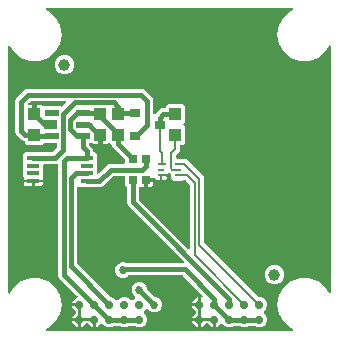
<source format=gtl>
G04 EAGLE Gerber RS-274X export*
G75*
%MOMM*%
%FSLAX34Y34*%
%LPD*%
%INTop Copper*%
%IPPOS*%
%AMOC8*
5,1,8,0,0,1.08239X$1,22.5*%
G01*
%ADD10R,1.000000X1.100000*%
%ADD11R,0.700000X0.700000*%
%ADD12R,0.900000X0.800000*%
%ADD13R,0.600000X0.250000*%
%ADD14R,0.750000X0.250000*%
%ADD15R,1.200000X0.550000*%
%ADD16R,1.100000X0.400000*%
%ADD17C,0.736600*%
%ADD18C,1.000000*%
%ADD19C,0.406400*%
%ADD20C,0.685800*%
%ADD21C,0.203200*%

G36*
X243661Y3064D02*
X243661Y3064D01*
X243769Y3072D01*
X243801Y3084D01*
X243836Y3089D01*
X243934Y3133D01*
X244035Y3170D01*
X244063Y3191D01*
X244095Y3205D01*
X244177Y3274D01*
X244264Y3338D01*
X244286Y3366D01*
X244312Y3388D01*
X244372Y3478D01*
X244438Y3564D01*
X244450Y3596D01*
X244470Y3625D01*
X244502Y3728D01*
X244542Y3828D01*
X244545Y3863D01*
X244556Y3896D01*
X244558Y4004D01*
X244568Y4111D01*
X244562Y4146D01*
X244563Y4180D01*
X244536Y4285D01*
X244515Y4391D01*
X244500Y4422D01*
X244491Y4455D01*
X244436Y4548D01*
X244387Y4644D01*
X244363Y4670D01*
X244346Y4700D01*
X244267Y4774D01*
X244194Y4853D01*
X244167Y4868D01*
X244138Y4894D01*
X243948Y4992D01*
X243901Y5018D01*
X242522Y5520D01*
X236415Y10644D01*
X232429Y17549D01*
X231045Y25400D01*
X232429Y33251D01*
X236415Y40155D01*
X242522Y45280D01*
X250014Y48007D01*
X257986Y48007D01*
X265478Y45280D01*
X271585Y40156D01*
X274420Y35246D01*
X274432Y35230D01*
X274439Y35213D01*
X274519Y35119D01*
X274595Y35022D01*
X274611Y35010D01*
X274623Y34996D01*
X274725Y34927D01*
X274825Y34855D01*
X274843Y34849D01*
X274860Y34838D01*
X274977Y34801D01*
X275093Y34759D01*
X275112Y34758D01*
X275131Y34752D01*
X275253Y34749D01*
X275376Y34741D01*
X275395Y34745D01*
X275415Y34745D01*
X275534Y34776D01*
X275654Y34802D01*
X275671Y34811D01*
X275690Y34816D01*
X275796Y34879D01*
X275904Y34938D01*
X275918Y34952D01*
X275934Y34962D01*
X276019Y35051D01*
X276106Y35138D01*
X276116Y35155D01*
X276129Y35169D01*
X276185Y35278D01*
X276245Y35386D01*
X276250Y35405D01*
X276258Y35422D01*
X276271Y35494D01*
X276310Y35662D01*
X276307Y35713D01*
X276314Y35753D01*
X276389Y243775D01*
X276386Y243795D01*
X276388Y243815D01*
X276366Y243935D01*
X276349Y244057D01*
X276341Y244075D01*
X276337Y244094D01*
X276283Y244204D01*
X276233Y244316D01*
X276220Y244331D01*
X276211Y244349D01*
X276128Y244440D01*
X276049Y244533D01*
X276033Y244544D01*
X276019Y244559D01*
X275915Y244623D01*
X275812Y244691D01*
X275794Y244697D01*
X275777Y244707D01*
X275658Y244740D01*
X275541Y244777D01*
X275522Y244777D01*
X275503Y244783D01*
X275380Y244781D01*
X275257Y244784D01*
X275238Y244779D01*
X275218Y244779D01*
X275101Y244743D01*
X274982Y244713D01*
X274965Y244702D01*
X274946Y244697D01*
X274844Y244630D01*
X274738Y244567D01*
X274724Y244553D01*
X274708Y244542D01*
X274661Y244486D01*
X274543Y244360D01*
X274520Y244314D01*
X274494Y244283D01*
X271585Y239245D01*
X265478Y234120D01*
X257986Y231393D01*
X250014Y231393D01*
X242522Y234120D01*
X236415Y239244D01*
X232429Y246149D01*
X231045Y254000D01*
X232429Y261851D01*
X236415Y268755D01*
X242522Y273880D01*
X243901Y274382D01*
X243997Y274433D01*
X244095Y274477D01*
X244122Y274499D01*
X244152Y274516D01*
X244230Y274591D01*
X244312Y274661D01*
X244331Y274689D01*
X244356Y274714D01*
X244410Y274807D01*
X244470Y274897D01*
X244480Y274930D01*
X244497Y274960D01*
X244523Y275065D01*
X244555Y275168D01*
X244556Y275203D01*
X244565Y275237D01*
X244560Y275344D01*
X244563Y275452D01*
X244554Y275486D01*
X244553Y275521D01*
X244518Y275623D01*
X244491Y275727D01*
X244473Y275757D01*
X244462Y275790D01*
X244401Y275879D01*
X244346Y275972D01*
X244320Y275996D01*
X244301Y276024D01*
X244217Y276092D01*
X244138Y276166D01*
X244107Y276182D01*
X244081Y276204D01*
X243981Y276247D01*
X243885Y276296D01*
X243855Y276301D01*
X243819Y276316D01*
X243607Y276342D01*
X243554Y276351D01*
X35846Y276351D01*
X35739Y276336D01*
X35631Y276328D01*
X35599Y276316D01*
X35564Y276311D01*
X35466Y276267D01*
X35365Y276230D01*
X35337Y276209D01*
X35305Y276195D01*
X35223Y276126D01*
X35136Y276062D01*
X35114Y276034D01*
X35088Y276012D01*
X35028Y275922D01*
X34962Y275836D01*
X34950Y275804D01*
X34930Y275775D01*
X34898Y275672D01*
X34858Y275572D01*
X34855Y275537D01*
X34845Y275504D01*
X34842Y275396D01*
X34832Y275289D01*
X34838Y275254D01*
X34837Y275220D01*
X34864Y275115D01*
X34885Y275009D01*
X34900Y274978D01*
X34909Y274945D01*
X34964Y274852D01*
X35013Y274756D01*
X35036Y274730D01*
X35054Y274700D01*
X35133Y274626D01*
X35206Y274547D01*
X35233Y274532D01*
X35262Y274506D01*
X35452Y274408D01*
X35499Y274382D01*
X36878Y273880D01*
X42985Y268756D01*
X46971Y261851D01*
X48355Y254000D01*
X46971Y246149D01*
X42985Y239244D01*
X36878Y234120D01*
X29386Y231393D01*
X21414Y231393D01*
X13922Y234120D01*
X7815Y239244D01*
X5030Y244068D01*
X5018Y244083D01*
X5010Y244101D01*
X4931Y244195D01*
X4855Y244292D01*
X4839Y244303D01*
X4827Y244318D01*
X4725Y244386D01*
X4625Y244458D01*
X4607Y244465D01*
X4590Y244476D01*
X4473Y244513D01*
X4357Y244554D01*
X4338Y244556D01*
X4319Y244561D01*
X4197Y244565D01*
X4073Y244572D01*
X4054Y244568D01*
X4035Y244569D01*
X3916Y244538D01*
X3796Y244511D01*
X3779Y244502D01*
X3760Y244497D01*
X3654Y244434D01*
X3546Y244375D01*
X3532Y244362D01*
X3516Y244352D01*
X3431Y244262D01*
X3344Y244176D01*
X3334Y244159D01*
X3321Y244145D01*
X3265Y244035D01*
X3205Y243928D01*
X3200Y243909D01*
X3192Y243892D01*
X3179Y243819D01*
X3140Y243651D01*
X3143Y243600D01*
X3136Y243561D01*
X3062Y35711D01*
X3064Y35692D01*
X3062Y35672D01*
X3084Y35551D01*
X3101Y35430D01*
X3109Y35412D01*
X3113Y35392D01*
X3167Y35282D01*
X3217Y35170D01*
X3230Y35155D01*
X3239Y35138D01*
X3322Y35047D01*
X3401Y34953D01*
X3417Y34942D01*
X3431Y34928D01*
X3536Y34864D01*
X3638Y34796D01*
X3656Y34790D01*
X3673Y34779D01*
X3792Y34747D01*
X3909Y34710D01*
X3928Y34709D01*
X3947Y34704D01*
X4070Y34706D01*
X4193Y34702D01*
X4212Y34707D01*
X4232Y34708D01*
X4349Y34743D01*
X4468Y34774D01*
X4485Y34784D01*
X4504Y34790D01*
X4607Y34856D01*
X4712Y34919D01*
X4726Y34934D01*
X4742Y34944D01*
X4789Y35001D01*
X4907Y35126D01*
X4930Y35172D01*
X4956Y35203D01*
X7815Y40155D01*
X13922Y45280D01*
X21414Y48007D01*
X29386Y48007D01*
X36878Y45280D01*
X42985Y40156D01*
X46971Y33251D01*
X48355Y25400D01*
X46971Y17549D01*
X42985Y10645D01*
X36878Y5520D01*
X35499Y5018D01*
X35403Y4967D01*
X35305Y4923D01*
X35278Y4901D01*
X35248Y4884D01*
X35170Y4809D01*
X35088Y4739D01*
X35069Y4711D01*
X35044Y4686D01*
X34990Y4593D01*
X34930Y4503D01*
X34920Y4470D01*
X34903Y4440D01*
X34877Y4335D01*
X34844Y4232D01*
X34844Y4197D01*
X34835Y4163D01*
X34840Y4056D01*
X34837Y3948D01*
X34846Y3914D01*
X34847Y3879D01*
X34882Y3777D01*
X34909Y3673D01*
X34927Y3643D01*
X34938Y3610D01*
X34999Y3521D01*
X35054Y3428D01*
X35080Y3404D01*
X35099Y3376D01*
X35183Y3308D01*
X35262Y3234D01*
X35293Y3218D01*
X35319Y3196D01*
X35419Y3153D01*
X35515Y3104D01*
X35545Y3099D01*
X35581Y3084D01*
X35793Y3058D01*
X35846Y3049D01*
X243554Y3049D01*
X243661Y3064D01*
G37*
%LPC*%
G36*
X87561Y5968D02*
X87561Y5968D01*
X85087Y6993D01*
X83193Y8887D01*
X83133Y9031D01*
X83097Y9094D01*
X83069Y9160D01*
X83025Y9215D01*
X82989Y9276D01*
X82936Y9326D01*
X82891Y9382D01*
X82834Y9423D01*
X82782Y9471D01*
X82718Y9504D01*
X82659Y9546D01*
X82592Y9569D01*
X82529Y9601D01*
X82458Y9615D01*
X82390Y9639D01*
X82320Y9643D01*
X82250Y9657D01*
X82178Y9650D01*
X82106Y9654D01*
X82038Y9638D01*
X81967Y9632D01*
X81900Y9606D01*
X81829Y9590D01*
X81768Y9555D01*
X81702Y9530D01*
X81644Y9487D01*
X81581Y9451D01*
X81540Y9408D01*
X81475Y9358D01*
X81403Y9262D01*
X81351Y9207D01*
X81034Y8733D01*
X80168Y7866D01*
X79148Y7185D01*
X78015Y6715D01*
X77279Y6569D01*
X77279Y12636D01*
X77271Y12694D01*
X77272Y12753D01*
X77251Y12834D01*
X77239Y12918D01*
X77215Y12971D01*
X77200Y13028D01*
X77157Y13100D01*
X77123Y13177D01*
X77085Y13222D01*
X77055Y13272D01*
X76993Y13330D01*
X76939Y13394D01*
X76919Y13407D01*
X76866Y13457D01*
X76812Y13521D01*
X76763Y13554D01*
X76720Y13594D01*
X76645Y13632D01*
X76575Y13679D01*
X76519Y13697D01*
X76467Y13723D01*
X76399Y13735D01*
X76304Y13765D01*
X76204Y13767D01*
X76136Y13779D01*
X64579Y13779D01*
X64579Y25336D01*
X64571Y25394D01*
X64572Y25453D01*
X64551Y25534D01*
X64539Y25618D01*
X64515Y25671D01*
X64500Y25728D01*
X64457Y25800D01*
X64423Y25877D01*
X64385Y25922D01*
X64355Y25972D01*
X64293Y26030D01*
X64239Y26094D01*
X64219Y26107D01*
X64166Y26157D01*
X64112Y26221D01*
X64063Y26254D01*
X64020Y26294D01*
X63945Y26332D01*
X63875Y26379D01*
X63819Y26397D01*
X63767Y26423D01*
X63699Y26435D01*
X63604Y26465D01*
X63504Y26467D01*
X63436Y26479D01*
X57369Y26479D01*
X57515Y27215D01*
X57985Y28348D01*
X58666Y29368D01*
X59532Y30234D01*
X60552Y30915D01*
X61232Y31197D01*
X61331Y31256D01*
X61433Y31308D01*
X61453Y31328D01*
X61477Y31342D01*
X61556Y31425D01*
X61639Y31504D01*
X61653Y31528D01*
X61672Y31548D01*
X61725Y31650D01*
X61783Y31750D01*
X61790Y31776D01*
X61803Y31801D01*
X61825Y31914D01*
X61853Y32025D01*
X61852Y32053D01*
X61858Y32080D01*
X61848Y32195D01*
X61844Y32309D01*
X61836Y32336D01*
X61833Y32363D01*
X61792Y32471D01*
X61757Y32580D01*
X61742Y32600D01*
X61731Y32629D01*
X61570Y32842D01*
X61562Y32853D01*
X61560Y32855D01*
X61559Y32855D01*
X46493Y47922D01*
X45719Y49789D01*
X45719Y143653D01*
X45703Y143767D01*
X45693Y143881D01*
X45683Y143907D01*
X45679Y143934D01*
X45632Y144039D01*
X45591Y144146D01*
X45575Y144168D01*
X45563Y144194D01*
X45489Y144281D01*
X45420Y144373D01*
X45397Y144390D01*
X45380Y144411D01*
X45284Y144474D01*
X45192Y144543D01*
X45166Y144553D01*
X45143Y144568D01*
X45033Y144603D01*
X44926Y144644D01*
X44898Y144646D01*
X44872Y144654D01*
X44757Y144657D01*
X44643Y144666D01*
X44618Y144661D01*
X44588Y144661D01*
X44331Y144594D01*
X44315Y144591D01*
X43781Y144369D01*
X34054Y144369D01*
X33996Y144361D01*
X33938Y144363D01*
X33856Y144341D01*
X33772Y144329D01*
X33719Y144306D01*
X33663Y144291D01*
X33590Y144248D01*
X33513Y144213D01*
X33468Y144175D01*
X33418Y144146D01*
X33360Y144084D01*
X33296Y144030D01*
X33264Y143981D01*
X33224Y143938D01*
X33185Y143863D01*
X33138Y143793D01*
X33121Y143737D01*
X33094Y143685D01*
X33083Y143617D01*
X33053Y143522D01*
X33050Y143422D01*
X33039Y143354D01*
X33039Y133187D01*
X32828Y132977D01*
X32776Y132907D01*
X32716Y132843D01*
X32690Y132793D01*
X32657Y132749D01*
X32626Y132668D01*
X32586Y132590D01*
X32578Y132542D01*
X32556Y132484D01*
X32544Y132336D01*
X32531Y132259D01*
X32531Y130965D01*
X24490Y130965D01*
X16449Y130965D01*
X16449Y132259D01*
X16437Y132345D01*
X16434Y132433D01*
X16417Y132485D01*
X16409Y132540D01*
X16374Y132620D01*
X16347Y132703D01*
X16319Y132742D01*
X16293Y132800D01*
X16197Y132913D01*
X16152Y132977D01*
X15941Y133187D01*
X15941Y152713D01*
X17727Y154499D01*
X23200Y154499D01*
X23231Y154503D01*
X23262Y154501D01*
X23338Y154518D01*
X23426Y154531D01*
X40245Y154531D01*
X40332Y154543D01*
X40419Y154546D01*
X40472Y154563D01*
X40526Y154571D01*
X40606Y154606D01*
X40689Y154633D01*
X40729Y154661D01*
X40786Y154687D01*
X40899Y154783D01*
X40963Y154828D01*
X44517Y158382D01*
X44569Y158452D01*
X44629Y158516D01*
X44655Y158565D01*
X44688Y158609D01*
X44719Y158691D01*
X44759Y158769D01*
X44767Y158817D01*
X44789Y158875D01*
X44801Y159023D01*
X44814Y159100D01*
X44814Y161486D01*
X44807Y161535D01*
X44808Y161544D01*
X44806Y161549D01*
X44808Y161602D01*
X44786Y161684D01*
X44774Y161768D01*
X44751Y161821D01*
X44736Y161877D01*
X44693Y161950D01*
X44658Y162027D01*
X44620Y162072D01*
X44591Y162122D01*
X44529Y162180D01*
X44475Y162244D01*
X44426Y162276D01*
X44383Y162316D01*
X44308Y162355D01*
X44238Y162402D01*
X44182Y162419D01*
X44130Y162446D01*
X44062Y162457D01*
X43967Y162487D01*
X43867Y162490D01*
X43799Y162501D01*
X33833Y162501D01*
X33747Y162489D01*
X33659Y162486D01*
X33607Y162469D01*
X33552Y162461D01*
X33472Y162426D01*
X33389Y162399D01*
X33349Y162371D01*
X33292Y162345D01*
X33179Y162249D01*
X33115Y162204D01*
X31663Y160751D01*
X19137Y160751D01*
X17351Y162537D01*
X17351Y163204D01*
X17343Y163262D01*
X17345Y163320D01*
X17323Y163402D01*
X17311Y163486D01*
X17288Y163539D01*
X17273Y163595D01*
X17230Y163668D01*
X17195Y163745D01*
X17157Y163790D01*
X17128Y163840D01*
X17066Y163898D01*
X17012Y163962D01*
X16963Y163994D01*
X16920Y164034D01*
X16845Y164073D01*
X16775Y164120D01*
X16719Y164137D01*
X16667Y164164D01*
X16599Y164175D01*
X16504Y164205D01*
X16407Y164208D01*
X14512Y164993D01*
X9663Y169842D01*
X8889Y171709D01*
X8889Y197861D01*
X9663Y199728D01*
X17442Y207507D01*
X19309Y208281D01*
X116581Y208281D01*
X118448Y207507D01*
X124957Y200998D01*
X125731Y199131D01*
X125731Y187437D01*
X125735Y187408D01*
X125732Y187379D01*
X125755Y187268D01*
X125771Y187155D01*
X125783Y187129D01*
X125788Y187100D01*
X125840Y186999D01*
X125887Y186896D01*
X125906Y186874D01*
X125919Y186848D01*
X125997Y186766D01*
X126070Y186679D01*
X126095Y186663D01*
X126115Y186642D01*
X126213Y186584D01*
X126307Y186521D01*
X126335Y186513D01*
X126360Y186498D01*
X126470Y186470D01*
X126578Y186436D01*
X126608Y186435D01*
X126636Y186428D01*
X126749Y186431D01*
X126862Y186428D01*
X126891Y186436D01*
X126920Y186437D01*
X127028Y186472D01*
X127137Y186500D01*
X127163Y186515D01*
X127191Y186524D01*
X127254Y186570D01*
X127382Y186645D01*
X127425Y186691D01*
X127464Y186719D01*
X131352Y190607D01*
X133219Y191381D01*
X135716Y191381D01*
X135774Y191389D01*
X135832Y191387D01*
X135914Y191409D01*
X135998Y191421D01*
X136051Y191444D01*
X136107Y191459D01*
X136180Y191502D01*
X136257Y191537D01*
X136302Y191575D01*
X136352Y191604D01*
X136410Y191666D01*
X136474Y191720D01*
X136506Y191769D01*
X136546Y191812D01*
X136585Y191887D01*
X136632Y191957D01*
X136649Y192013D01*
X136676Y192065D01*
X136687Y192133D01*
X136717Y192228D01*
X136720Y192328D01*
X136731Y192396D01*
X136731Y193063D01*
X138517Y194849D01*
X151043Y194849D01*
X152829Y193063D01*
X152829Y179537D01*
X151809Y178518D01*
X151774Y178471D01*
X151732Y178431D01*
X151689Y178358D01*
X151639Y178291D01*
X151618Y178236D01*
X151588Y178186D01*
X151567Y178104D01*
X151537Y178025D01*
X151532Y177967D01*
X151518Y177910D01*
X151521Y177826D01*
X151514Y177742D01*
X151525Y177684D01*
X151527Y177626D01*
X151553Y177546D01*
X151570Y177463D01*
X151597Y177411D01*
X151615Y177355D01*
X151655Y177299D01*
X151701Y177211D01*
X151769Y177138D01*
X151809Y177082D01*
X152829Y176063D01*
X152829Y162537D01*
X151043Y160751D01*
X149860Y160751D01*
X149802Y160743D01*
X149744Y160745D01*
X149662Y160723D01*
X149578Y160711D01*
X149525Y160688D01*
X149469Y160673D01*
X149396Y160630D01*
X149319Y160595D01*
X149274Y160557D01*
X149224Y160528D01*
X149166Y160466D01*
X149102Y160412D01*
X149070Y160363D01*
X149030Y160320D01*
X148991Y160245D01*
X148944Y160175D01*
X148927Y160119D01*
X148900Y160067D01*
X148889Y159999D01*
X148859Y159904D01*
X148856Y159804D01*
X148845Y159736D01*
X148845Y155796D01*
X145332Y152284D01*
X145280Y152214D01*
X145220Y152150D01*
X145194Y152101D01*
X145161Y152056D01*
X145130Y151975D01*
X145090Y151897D01*
X145082Y151849D01*
X145060Y151791D01*
X145048Y151643D01*
X145035Y151566D01*
X145035Y150014D01*
X145043Y149956D01*
X145041Y149898D01*
X145063Y149816D01*
X145075Y149732D01*
X145098Y149679D01*
X145113Y149623D01*
X145156Y149550D01*
X145191Y149473D01*
X145229Y149428D01*
X145258Y149378D01*
X145320Y149320D01*
X145374Y149256D01*
X145423Y149224D01*
X145466Y149184D01*
X145541Y149145D01*
X145611Y149098D01*
X145667Y149081D01*
X145719Y149054D01*
X145787Y149043D01*
X145882Y149013D01*
X145982Y149010D01*
X146050Y148999D01*
X151181Y148999D01*
X151233Y148950D01*
X151283Y148924D01*
X151327Y148891D01*
X151408Y148860D01*
X151486Y148820D01*
X151534Y148812D01*
X151592Y148790D01*
X151740Y148778D01*
X151817Y148765D01*
X154084Y148765D01*
X156762Y146086D01*
X166486Y136362D01*
X169165Y133684D01*
X169165Y78304D01*
X169177Y78218D01*
X169180Y78130D01*
X169197Y78077D01*
X169205Y78023D01*
X169240Y77943D01*
X169267Y77860D01*
X169295Y77820D01*
X169321Y77763D01*
X169417Y77650D01*
X169462Y77586D01*
X214619Y32429D01*
X214689Y32377D01*
X214753Y32317D01*
X214802Y32291D01*
X214846Y32258D01*
X214928Y32227D01*
X215006Y32187D01*
X215054Y32179D01*
X215112Y32157D01*
X215260Y32145D01*
X215337Y32132D01*
X217239Y32132D01*
X219713Y31107D01*
X221607Y29213D01*
X222632Y26739D01*
X222632Y24061D01*
X221607Y21587D01*
X219788Y19768D01*
X219753Y19721D01*
X219710Y19681D01*
X219668Y19608D01*
X219617Y19541D01*
X219596Y19486D01*
X219567Y19436D01*
X219546Y19354D01*
X219516Y19275D01*
X219511Y19217D01*
X219497Y19160D01*
X219499Y19076D01*
X219492Y18992D01*
X219504Y18934D01*
X219506Y18876D01*
X219532Y18796D01*
X219548Y18713D01*
X219575Y18661D01*
X219593Y18605D01*
X219633Y18549D01*
X219679Y18461D01*
X219748Y18388D01*
X219788Y18332D01*
X221607Y16513D01*
X222632Y14039D01*
X222632Y11361D01*
X221607Y8887D01*
X219713Y6993D01*
X217239Y5968D01*
X214561Y5968D01*
X212087Y6993D01*
X211758Y7322D01*
X211688Y7374D01*
X211624Y7434D01*
X211575Y7460D01*
X211531Y7493D01*
X211449Y7524D01*
X211371Y7564D01*
X211324Y7572D01*
X211265Y7594D01*
X211117Y7606D01*
X211040Y7619D01*
X208060Y7619D01*
X207973Y7607D01*
X207886Y7604D01*
X207833Y7587D01*
X207778Y7579D01*
X207699Y7544D01*
X207615Y7517D01*
X207576Y7489D01*
X207519Y7463D01*
X207406Y7367D01*
X207342Y7322D01*
X207013Y6993D01*
X204539Y5968D01*
X201861Y5968D01*
X199387Y6993D01*
X199058Y7322D01*
X198988Y7374D01*
X198924Y7434D01*
X198875Y7460D01*
X198831Y7493D01*
X198749Y7524D01*
X198671Y7564D01*
X198624Y7572D01*
X198565Y7594D01*
X198417Y7606D01*
X198340Y7619D01*
X195360Y7619D01*
X195273Y7607D01*
X195186Y7604D01*
X195133Y7587D01*
X195078Y7579D01*
X194999Y7544D01*
X194915Y7517D01*
X194876Y7489D01*
X194819Y7463D01*
X194706Y7367D01*
X194642Y7322D01*
X194313Y6993D01*
X191839Y5968D01*
X189161Y5968D01*
X186687Y6993D01*
X184793Y8887D01*
X184733Y9031D01*
X184697Y9094D01*
X184669Y9160D01*
X184625Y9215D01*
X184589Y9276D01*
X184536Y9326D01*
X184491Y9382D01*
X184434Y9423D01*
X184382Y9471D01*
X184318Y9504D01*
X184259Y9546D01*
X184192Y9569D01*
X184129Y9601D01*
X184058Y9615D01*
X183990Y9639D01*
X183920Y9643D01*
X183850Y9657D01*
X183778Y9650D01*
X183706Y9654D01*
X183638Y9638D01*
X183567Y9632D01*
X183500Y9606D01*
X183429Y9590D01*
X183368Y9555D01*
X183302Y9530D01*
X183244Y9487D01*
X183181Y9451D01*
X183140Y9408D01*
X183075Y9358D01*
X183003Y9262D01*
X182951Y9207D01*
X182634Y8733D01*
X181768Y7866D01*
X180748Y7185D01*
X179615Y6715D01*
X178879Y6569D01*
X178879Y12636D01*
X178871Y12694D01*
X178872Y12753D01*
X178851Y12834D01*
X178839Y12918D01*
X178815Y12971D01*
X178800Y13028D01*
X178757Y13100D01*
X178723Y13177D01*
X178685Y13222D01*
X178655Y13272D01*
X178593Y13330D01*
X178539Y13394D01*
X178519Y13407D01*
X178466Y13457D01*
X178412Y13521D01*
X178363Y13554D01*
X178320Y13594D01*
X178245Y13632D01*
X178175Y13679D01*
X178119Y13697D01*
X178067Y13723D01*
X177999Y13735D01*
X177904Y13765D01*
X177804Y13767D01*
X177736Y13779D01*
X166179Y13779D01*
X166179Y25336D01*
X166171Y25394D01*
X166171Y25419D01*
X166179Y25464D01*
X166179Y31531D01*
X166915Y31385D01*
X166971Y31362D01*
X167054Y31340D01*
X167134Y31309D01*
X167191Y31305D01*
X167246Y31291D01*
X167332Y31293D01*
X167418Y31286D01*
X167473Y31297D01*
X167530Y31299D01*
X167612Y31325D01*
X167696Y31342D01*
X167747Y31368D01*
X167801Y31385D01*
X167873Y31433D01*
X167949Y31473D01*
X167990Y31512D01*
X168037Y31544D01*
X168092Y31609D01*
X168155Y31669D01*
X168184Y31718D01*
X168220Y31761D01*
X168255Y31840D01*
X168299Y31914D01*
X168313Y31969D01*
X168336Y32021D01*
X168348Y32106D01*
X168369Y32189D01*
X168367Y32246D01*
X168375Y32302D01*
X168362Y32388D01*
X168360Y32474D01*
X168342Y32528D01*
X168334Y32584D01*
X168299Y32662D01*
X168272Y32744D01*
X168244Y32784D01*
X168217Y32843D01*
X168123Y32953D01*
X168077Y33017D01*
X151228Y49867D01*
X151158Y49919D01*
X151094Y49979D01*
X151045Y50005D01*
X151001Y50038D01*
X150919Y50069D01*
X150841Y50109D01*
X150793Y50117D01*
X150735Y50139D01*
X150587Y50151D01*
X150510Y50164D01*
X105466Y50164D01*
X105379Y50152D01*
X105292Y50149D01*
X105239Y50132D01*
X105184Y50124D01*
X105104Y50089D01*
X105021Y50062D01*
X104982Y50034D01*
X104925Y50008D01*
X104812Y49912D01*
X104748Y49867D01*
X103999Y49118D01*
X101618Y48132D01*
X99042Y48132D01*
X96661Y49118D01*
X94838Y50941D01*
X93852Y53322D01*
X93852Y55898D01*
X94838Y58279D01*
X96661Y60102D01*
X99042Y61088D01*
X101618Y61088D01*
X103272Y60403D01*
X103301Y60395D01*
X103329Y60381D01*
X103406Y60368D01*
X103547Y60332D01*
X103611Y60334D01*
X103660Y60326D01*
X151018Y60326D01*
X151047Y60330D01*
X151076Y60327D01*
X151187Y60350D01*
X151300Y60366D01*
X151326Y60378D01*
X151355Y60383D01*
X151456Y60435D01*
X151559Y60482D01*
X151581Y60501D01*
X151607Y60514D01*
X151689Y60592D01*
X151776Y60665D01*
X151792Y60690D01*
X151813Y60710D01*
X151871Y60808D01*
X151934Y60902D01*
X151942Y60930D01*
X151957Y60955D01*
X151985Y61065D01*
X152019Y61173D01*
X152020Y61203D01*
X152027Y61231D01*
X152024Y61344D01*
X152027Y61457D01*
X152019Y61486D01*
X152018Y61515D01*
X151983Y61623D01*
X151955Y61732D01*
X151940Y61758D01*
X151931Y61786D01*
X151885Y61849D01*
X151810Y61977D01*
X151764Y62020D01*
X151736Y62059D01*
X104493Y109302D01*
X103719Y111169D01*
X103719Y123899D01*
X103712Y123951D01*
X103713Y123980D01*
X103706Y124003D01*
X103704Y124073D01*
X103687Y124125D01*
X103679Y124180D01*
X103644Y124260D01*
X103617Y124343D01*
X103589Y124382D01*
X103563Y124440D01*
X103467Y124553D01*
X103422Y124617D01*
X102251Y125787D01*
X102251Y133604D01*
X102243Y133662D01*
X102245Y133720D01*
X102223Y133802D01*
X102211Y133886D01*
X102188Y133939D01*
X102173Y133995D01*
X102130Y134068D01*
X102095Y134145D01*
X102057Y134190D01*
X102028Y134240D01*
X101966Y134298D01*
X101912Y134362D01*
X101863Y134394D01*
X101820Y134434D01*
X101745Y134473D01*
X101675Y134520D01*
X101619Y134537D01*
X101567Y134564D01*
X101499Y134575D01*
X101404Y134605D01*
X101304Y134608D01*
X101236Y134619D01*
X92695Y134619D01*
X92608Y134607D01*
X92521Y134604D01*
X92468Y134587D01*
X92414Y134579D01*
X92334Y134544D01*
X92251Y134517D01*
X92211Y134489D01*
X92154Y134463D01*
X92041Y134367D01*
X91977Y134322D01*
X83298Y125643D01*
X81431Y124869D01*
X68413Y124869D01*
X68313Y124895D01*
X68249Y124893D01*
X68200Y124901D01*
X62484Y124901D01*
X62426Y124893D01*
X62368Y124895D01*
X62286Y124873D01*
X62202Y124861D01*
X62149Y124838D01*
X62093Y124823D01*
X62020Y124780D01*
X61943Y124745D01*
X61898Y124707D01*
X61848Y124678D01*
X61790Y124616D01*
X61726Y124562D01*
X61694Y124513D01*
X61654Y124470D01*
X61615Y124395D01*
X61568Y124325D01*
X61551Y124269D01*
X61524Y124217D01*
X61513Y124149D01*
X61483Y124054D01*
X61480Y123954D01*
X61469Y123886D01*
X61469Y60437D01*
X61481Y60350D01*
X61484Y60263D01*
X61501Y60210D01*
X61509Y60156D01*
X61544Y60076D01*
X61571Y59993D01*
X61599Y59953D01*
X61625Y59896D01*
X61721Y59783D01*
X61766Y59719D01*
X89056Y32429D01*
X89126Y32377D01*
X89190Y32317D01*
X89239Y32291D01*
X89283Y32258D01*
X89365Y32227D01*
X89443Y32187D01*
X89491Y32179D01*
X89549Y32157D01*
X89697Y32145D01*
X89774Y32132D01*
X90239Y32132D01*
X92713Y31107D01*
X94532Y29288D01*
X94579Y29253D01*
X94619Y29210D01*
X94692Y29168D01*
X94759Y29117D01*
X94814Y29096D01*
X94864Y29067D01*
X94946Y29046D01*
X95025Y29016D01*
X95083Y29011D01*
X95140Y28997D01*
X95224Y28999D01*
X95308Y28992D01*
X95366Y29004D01*
X95424Y29006D01*
X95504Y29032D01*
X95587Y29048D01*
X95639Y29075D01*
X95695Y29093D01*
X95751Y29133D01*
X95839Y29179D01*
X95912Y29248D01*
X95968Y29288D01*
X97787Y31107D01*
X100261Y32132D01*
X102939Y32132D01*
X105413Y31107D01*
X107232Y29288D01*
X107279Y29253D01*
X107319Y29210D01*
X107392Y29168D01*
X107459Y29117D01*
X107514Y29096D01*
X107564Y29067D01*
X107646Y29046D01*
X107725Y29016D01*
X107783Y29011D01*
X107840Y28997D01*
X107924Y28999D01*
X108008Y28992D01*
X108066Y29004D01*
X108124Y29006D01*
X108204Y29032D01*
X108287Y29048D01*
X108339Y29075D01*
X108395Y29093D01*
X108451Y29133D01*
X108539Y29179D01*
X108612Y29248D01*
X108668Y29288D01*
X110592Y31212D01*
X110627Y31258D01*
X110669Y31299D01*
X110712Y31371D01*
X110763Y31439D01*
X110783Y31494D01*
X110813Y31544D01*
X110834Y31626D01*
X110864Y31705D01*
X110869Y31763D01*
X110883Y31820D01*
X110880Y31904D01*
X110887Y31988D01*
X110876Y32045D01*
X110874Y32104D01*
X110848Y32184D01*
X110831Y32267D01*
X110804Y32319D01*
X110786Y32374D01*
X110746Y32430D01*
X110700Y32519D01*
X110632Y32591D01*
X110592Y32648D01*
X108808Y34431D01*
X107822Y36812D01*
X107822Y39388D01*
X108808Y41769D01*
X110631Y43592D01*
X113012Y44578D01*
X115588Y44578D01*
X117969Y43592D01*
X119792Y41769D01*
X120778Y39388D01*
X120778Y39228D01*
X120790Y39141D01*
X120793Y39054D01*
X120810Y39001D01*
X120818Y38947D01*
X120853Y38867D01*
X120880Y38784D01*
X120908Y38744D01*
X120934Y38687D01*
X121030Y38574D01*
X121075Y38510D01*
X127410Y32175D01*
X127480Y32123D01*
X127544Y32063D01*
X127593Y32037D01*
X127637Y32004D01*
X127719Y31973D01*
X127797Y31933D01*
X127845Y31925D01*
X127903Y31903D01*
X128051Y31891D01*
X128128Y31878D01*
X128288Y31878D01*
X130669Y30892D01*
X132492Y29069D01*
X133478Y26688D01*
X133478Y24112D01*
X132492Y21731D01*
X130669Y19908D01*
X128288Y18922D01*
X125712Y18922D01*
X123331Y19908D01*
X121548Y21692D01*
X121501Y21727D01*
X121460Y21769D01*
X121388Y21812D01*
X121320Y21863D01*
X121266Y21883D01*
X121215Y21913D01*
X121134Y21934D01*
X121055Y21964D01*
X120996Y21969D01*
X120940Y21983D01*
X120855Y21980D01*
X120771Y21987D01*
X120714Y21976D01*
X120656Y21974D01*
X120575Y21948D01*
X120493Y21931D01*
X120441Y21904D01*
X120385Y21886D01*
X120329Y21846D01*
X120240Y21800D01*
X120168Y21732D01*
X120112Y21692D01*
X118188Y19768D01*
X118153Y19721D01*
X118110Y19681D01*
X118068Y19608D01*
X118017Y19541D01*
X117996Y19486D01*
X117967Y19436D01*
X117946Y19354D01*
X117916Y19275D01*
X117911Y19217D01*
X117897Y19160D01*
X117899Y19076D01*
X117892Y18992D01*
X117904Y18934D01*
X117906Y18876D01*
X117932Y18796D01*
X117948Y18713D01*
X117975Y18661D01*
X117993Y18605D01*
X118033Y18549D01*
X118079Y18461D01*
X118148Y18388D01*
X118188Y18332D01*
X120007Y16513D01*
X121032Y14039D01*
X121032Y11361D01*
X120007Y8887D01*
X118113Y6993D01*
X115639Y5968D01*
X112961Y5968D01*
X110487Y6993D01*
X110158Y7322D01*
X110088Y7374D01*
X110024Y7434D01*
X109975Y7460D01*
X109931Y7493D01*
X109849Y7524D01*
X109771Y7564D01*
X109724Y7572D01*
X109665Y7594D01*
X109517Y7606D01*
X109440Y7619D01*
X106460Y7619D01*
X106373Y7607D01*
X106286Y7604D01*
X106233Y7587D01*
X106178Y7579D01*
X106099Y7544D01*
X106015Y7517D01*
X105976Y7489D01*
X105919Y7463D01*
X105806Y7367D01*
X105742Y7322D01*
X105413Y6993D01*
X102939Y5968D01*
X100261Y5968D01*
X97787Y6993D01*
X97458Y7322D01*
X97388Y7374D01*
X97324Y7434D01*
X97275Y7460D01*
X97231Y7493D01*
X97149Y7524D01*
X97071Y7564D01*
X97024Y7572D01*
X96965Y7594D01*
X96817Y7606D01*
X96740Y7619D01*
X93760Y7619D01*
X93673Y7607D01*
X93586Y7604D01*
X93533Y7587D01*
X93478Y7579D01*
X93399Y7544D01*
X93315Y7517D01*
X93276Y7489D01*
X93219Y7463D01*
X93106Y7367D01*
X93042Y7322D01*
X92713Y6993D01*
X90239Y5968D01*
X87561Y5968D01*
G37*
%LPD*%
G36*
X156551Y72129D02*
X156551Y72129D01*
X156580Y72128D01*
X156690Y72157D01*
X156801Y72179D01*
X156827Y72193D01*
X156855Y72200D01*
X156953Y72258D01*
X157053Y72310D01*
X157075Y72330D01*
X157100Y72345D01*
X157177Y72428D01*
X157259Y72506D01*
X157274Y72531D01*
X157294Y72553D01*
X157346Y72654D01*
X157403Y72751D01*
X157410Y72780D01*
X157424Y72806D01*
X157437Y72883D01*
X157473Y73027D01*
X157471Y73089D01*
X157479Y73137D01*
X157479Y125992D01*
X157467Y126078D01*
X157464Y126166D01*
X157447Y126218D01*
X157439Y126273D01*
X157404Y126353D01*
X157377Y126436D01*
X157349Y126476D01*
X157323Y126533D01*
X157227Y126646D01*
X157182Y126710D01*
X153554Y130338D01*
X153484Y130390D01*
X153420Y130450D01*
X153371Y130476D01*
X153326Y130509D01*
X153245Y130540D01*
X153167Y130580D01*
X153119Y130588D01*
X153061Y130610D01*
X152913Y130622D01*
X152836Y130635D01*
X151817Y130635D01*
X151731Y130623D01*
X151643Y130620D01*
X151591Y130603D01*
X151536Y130595D01*
X151456Y130560D01*
X151373Y130533D01*
X151334Y130505D01*
X151276Y130479D01*
X151184Y130401D01*
X142637Y130401D01*
X140851Y132187D01*
X140851Y134920D01*
X140839Y135006D01*
X140836Y135094D01*
X140819Y135147D01*
X140811Y135201D01*
X140776Y135281D01*
X140749Y135364D01*
X140721Y135404D01*
X140695Y135461D01*
X140599Y135574D01*
X140554Y135638D01*
X139774Y136418D01*
X139750Y136435D01*
X139731Y136458D01*
X139637Y136521D01*
X139547Y136589D01*
X139519Y136599D01*
X139495Y136615D01*
X139387Y136650D01*
X139281Y136690D01*
X139252Y136692D01*
X139224Y136701D01*
X139110Y136704D01*
X138998Y136713D01*
X138969Y136708D01*
X138940Y136708D01*
X138830Y136680D01*
X138719Y136658D01*
X138693Y136644D01*
X138665Y136637D01*
X138567Y136579D01*
X138467Y136527D01*
X138445Y136506D01*
X138420Y136491D01*
X138343Y136409D01*
X138261Y136331D01*
X138246Y136305D01*
X138226Y136284D01*
X138174Y136183D01*
X138117Y136085D01*
X138110Y136057D01*
X138096Y136031D01*
X138083Y135954D01*
X138047Y135810D01*
X138049Y135747D01*
X138043Y135715D01*
X137497Y135715D01*
X137435Y135707D01*
X137371Y135708D01*
X137294Y135687D01*
X137216Y135676D01*
X137158Y135650D01*
X137097Y135633D01*
X137041Y135597D01*
X136957Y135559D01*
X136875Y135490D01*
X136815Y135451D01*
X136814Y135451D01*
X136780Y135410D01*
X136740Y135376D01*
X136739Y135375D01*
X136690Y135301D01*
X136633Y135232D01*
X136611Y135183D01*
X136582Y135139D01*
X136555Y135053D01*
X136519Y134972D01*
X136512Y134919D01*
X136496Y134868D01*
X136494Y134778D01*
X136482Y134690D01*
X136490Y134637D01*
X136489Y134583D01*
X136511Y134497D01*
X136525Y134409D01*
X136547Y134360D01*
X136560Y134308D01*
X136606Y134232D01*
X136643Y134150D01*
X136678Y134110D01*
X136706Y134064D01*
X136771Y134003D01*
X136829Y133935D01*
X136874Y133906D01*
X136913Y133869D01*
X136993Y133829D01*
X137067Y133780D01*
X137118Y133764D01*
X137166Y133740D01*
X137237Y133728D01*
X137339Y133697D01*
X137432Y133695D01*
X137497Y133685D01*
X138041Y133685D01*
X138041Y133116D01*
X137868Y132469D01*
X137533Y131890D01*
X137060Y131417D01*
X136481Y131082D01*
X135834Y130909D01*
X133515Y130909D01*
X133515Y134386D01*
X133507Y134444D01*
X133509Y134502D01*
X133487Y134584D01*
X133476Y134668D01*
X133452Y134721D01*
X133437Y134777D01*
X133394Y134850D01*
X133359Y134927D01*
X133322Y134972D01*
X133292Y135022D01*
X133230Y135080D01*
X133176Y135144D01*
X133127Y135176D01*
X133084Y135216D01*
X133009Y135255D01*
X132939Y135302D01*
X132883Y135319D01*
X132831Y135346D01*
X132763Y135357D01*
X132668Y135387D01*
X132568Y135390D01*
X132500Y135401D01*
X132442Y135393D01*
X132384Y135395D01*
X132383Y135395D01*
X132302Y135373D01*
X132218Y135361D01*
X132165Y135338D01*
X132108Y135323D01*
X132036Y135280D01*
X131959Y135245D01*
X131914Y135207D01*
X131864Y135178D01*
X131806Y135116D01*
X131742Y135062D01*
X131710Y135013D01*
X131669Y134970D01*
X131631Y134895D01*
X131584Y134825D01*
X131567Y134769D01*
X131540Y134717D01*
X131529Y134649D01*
X131499Y134554D01*
X131496Y134454D01*
X131485Y134386D01*
X131485Y130909D01*
X129166Y130909D01*
X128519Y131082D01*
X127940Y131417D01*
X127374Y131982D01*
X127349Y132015D01*
X127286Y132061D01*
X127229Y132114D01*
X127171Y132144D01*
X127118Y132182D01*
X127045Y132208D01*
X126976Y132244D01*
X126921Y132253D01*
X126851Y132278D01*
X126721Y132286D01*
X126644Y132299D01*
X120534Y132299D01*
X120476Y132291D01*
X120418Y132293D01*
X120336Y132271D01*
X120253Y132259D01*
X120199Y132236D01*
X120143Y132221D01*
X120070Y132178D01*
X119993Y132143D01*
X119949Y132105D01*
X119898Y132076D01*
X119841Y132014D01*
X119776Y131960D01*
X119744Y131911D01*
X119704Y131868D01*
X119665Y131793D01*
X119619Y131723D01*
X119601Y131667D01*
X119574Y131615D01*
X119563Y131547D01*
X119533Y131452D01*
X119530Y131352D01*
X119519Y131284D01*
X119519Y130831D01*
X119066Y130831D01*
X119008Y130823D01*
X118950Y130824D01*
X118868Y130803D01*
X118784Y130791D01*
X118731Y130767D01*
X118675Y130753D01*
X118602Y130709D01*
X118525Y130675D01*
X118480Y130637D01*
X118430Y130607D01*
X118372Y130546D01*
X118308Y130491D01*
X118276Y130443D01*
X118236Y130400D01*
X118197Y130325D01*
X118150Y130255D01*
X118133Y130199D01*
X118106Y130147D01*
X118095Y130079D01*
X118065Y129984D01*
X118062Y129884D01*
X118051Y129816D01*
X118051Y124509D01*
X115966Y124509D01*
X115211Y124711D01*
X115141Y124740D01*
X115102Y124744D01*
X115064Y124756D01*
X114961Y124758D01*
X114858Y124769D01*
X114819Y124762D01*
X114780Y124763D01*
X114680Y124737D01*
X114578Y124719D01*
X114543Y124701D01*
X114505Y124691D01*
X114416Y124639D01*
X114323Y124593D01*
X114294Y124566D01*
X114260Y124546D01*
X114190Y124471D01*
X114113Y124401D01*
X114093Y124368D01*
X114066Y124339D01*
X114019Y124247D01*
X113965Y124159D01*
X113954Y124121D01*
X113936Y124086D01*
X113923Y124009D01*
X113889Y123885D01*
X113890Y123810D01*
X113881Y123755D01*
X113881Y114705D01*
X113888Y114650D01*
X113887Y114610D01*
X113894Y114584D01*
X113896Y114531D01*
X113913Y114478D01*
X113921Y114424D01*
X113956Y114344D01*
X113983Y114261D01*
X114011Y114221D01*
X114037Y114164D01*
X114133Y114051D01*
X114178Y113987D01*
X155746Y72419D01*
X155770Y72402D01*
X155789Y72379D01*
X155883Y72316D01*
X155973Y72248D01*
X156001Y72238D01*
X156025Y72221D01*
X156133Y72187D01*
X156239Y72147D01*
X156268Y72145D01*
X156296Y72136D01*
X156410Y72133D01*
X156522Y72123D01*
X156551Y72129D01*
G37*
G36*
X79057Y136199D02*
X79057Y136199D01*
X79170Y136196D01*
X79199Y136204D01*
X79228Y136205D01*
X79336Y136240D01*
X79445Y136268D01*
X79471Y136283D01*
X79499Y136292D01*
X79562Y136338D01*
X79690Y136413D01*
X79733Y136459D01*
X79772Y136487D01*
X87292Y144007D01*
X89159Y144781D01*
X101236Y144781D01*
X101294Y144789D01*
X101352Y144787D01*
X101434Y144809D01*
X101518Y144821D01*
X101571Y144844D01*
X101627Y144859D01*
X101700Y144902D01*
X101777Y144937D01*
X101822Y144975D01*
X101872Y145004D01*
X101930Y145066D01*
X101994Y145120D01*
X102026Y145169D01*
X102066Y145212D01*
X102105Y145287D01*
X102152Y145357D01*
X102169Y145413D01*
X102196Y145465D01*
X102207Y145533D01*
X102237Y145628D01*
X102240Y145728D01*
X102251Y145796D01*
X102251Y147793D01*
X102239Y147880D01*
X102236Y147967D01*
X102219Y148020D01*
X102211Y148074D01*
X102176Y148154D01*
X102149Y148238D01*
X102121Y148277D01*
X102095Y148334D01*
X101999Y148447D01*
X101954Y148511D01*
X92213Y158252D01*
X91437Y160125D01*
X91436Y160126D01*
X91436Y160127D01*
X91364Y160248D01*
X91293Y160369D01*
X91291Y160370D01*
X91291Y160372D01*
X91188Y160468D01*
X91086Y160565D01*
X91085Y160565D01*
X91083Y160566D01*
X90958Y160631D01*
X90833Y160695D01*
X90832Y160695D01*
X90830Y160696D01*
X90815Y160698D01*
X90554Y160750D01*
X90524Y160747D01*
X90499Y160751D01*
X90257Y160751D01*
X89259Y161750D01*
X89212Y161785D01*
X89171Y161827D01*
X89099Y161870D01*
X89031Y161921D01*
X88977Y161941D01*
X88926Y161971D01*
X88844Y161992D01*
X88766Y162022D01*
X88707Y162027D01*
X88651Y162041D01*
X88566Y162038D01*
X88482Y162045D01*
X88425Y162034D01*
X88367Y162032D01*
X88286Y162006D01*
X88204Y161990D01*
X88152Y161963D01*
X88096Y161945D01*
X88040Y161904D01*
X87951Y161859D01*
X87879Y161790D01*
X87876Y161788D01*
X87261Y161432D01*
X86614Y161259D01*
X83311Y161259D01*
X83311Y168284D01*
X83303Y168342D01*
X83304Y168400D01*
X83283Y168482D01*
X83271Y168565D01*
X83247Y168619D01*
X83233Y168675D01*
X83190Y168748D01*
X83155Y168825D01*
X83117Y168869D01*
X83087Y168920D01*
X83026Y168977D01*
X82971Y169042D01*
X82923Y169074D01*
X82880Y169114D01*
X82805Y169153D01*
X82735Y169199D01*
X82679Y169217D01*
X82627Y169244D01*
X82559Y169255D01*
X82464Y169285D01*
X82364Y169288D01*
X82296Y169299D01*
X81279Y169299D01*
X81279Y170316D01*
X81271Y170374D01*
X81272Y170432D01*
X81251Y170514D01*
X81239Y170597D01*
X81215Y170651D01*
X81201Y170707D01*
X81158Y170780D01*
X81123Y170857D01*
X81085Y170901D01*
X81055Y170952D01*
X80994Y171009D01*
X80939Y171074D01*
X80891Y171106D01*
X80848Y171146D01*
X80773Y171185D01*
X80703Y171231D01*
X80647Y171249D01*
X80595Y171276D01*
X80527Y171287D01*
X80432Y171317D01*
X80332Y171320D01*
X80264Y171331D01*
X76405Y171331D01*
X76347Y171323D01*
X76289Y171324D01*
X76207Y171303D01*
X76123Y171291D01*
X76070Y171267D01*
X76014Y171253D01*
X75941Y171210D01*
X75864Y171175D01*
X75819Y171137D01*
X75769Y171107D01*
X75711Y171046D01*
X75647Y170991D01*
X75615Y170943D01*
X75575Y170900D01*
X75536Y170825D01*
X75489Y170755D01*
X75472Y170699D01*
X75445Y170647D01*
X75434Y170579D01*
X75404Y170484D01*
X75401Y170384D01*
X75390Y170316D01*
X75390Y168284D01*
X75398Y168226D01*
X75396Y168168D01*
X75418Y168086D01*
X75430Y168003D01*
X75453Y167949D01*
X75468Y167893D01*
X75511Y167820D01*
X75546Y167743D01*
X75584Y167698D01*
X75613Y167648D01*
X75675Y167590D01*
X75729Y167526D01*
X75778Y167494D01*
X75821Y167454D01*
X75896Y167415D01*
X75966Y167369D01*
X76022Y167351D01*
X76074Y167324D01*
X76142Y167313D01*
X76237Y167283D01*
X76337Y167280D01*
X76405Y167269D01*
X79249Y167269D01*
X79249Y161259D01*
X75946Y161259D01*
X75299Y161432D01*
X74720Y161767D01*
X74283Y162204D01*
X74213Y162256D01*
X74149Y162316D01*
X74100Y162342D01*
X74056Y162375D01*
X73974Y162406D01*
X73896Y162446D01*
X73849Y162454D01*
X73790Y162476D01*
X73642Y162488D01*
X73565Y162501D01*
X72437Y162501D01*
X72379Y162493D01*
X72321Y162495D01*
X72239Y162473D01*
X72155Y162461D01*
X72102Y162438D01*
X72046Y162423D01*
X71973Y162380D01*
X71896Y162345D01*
X71851Y162307D01*
X71801Y162278D01*
X71743Y162216D01*
X71679Y162162D01*
X71647Y162113D01*
X71607Y162070D01*
X71568Y161995D01*
X71521Y161925D01*
X71504Y161869D01*
X71477Y161817D01*
X71466Y161749D01*
X71436Y161654D01*
X71433Y161554D01*
X71422Y161486D01*
X71422Y160974D01*
X71434Y160887D01*
X71437Y160800D01*
X71454Y160747D01*
X71462Y160693D01*
X71497Y160613D01*
X71524Y160530D01*
X71552Y160490D01*
X71578Y160433D01*
X71674Y160320D01*
X71719Y160256D01*
X73797Y158178D01*
X74571Y156311D01*
X74571Y155514D01*
X74579Y155456D01*
X74577Y155398D01*
X74599Y155316D01*
X74611Y155232D01*
X74634Y155179D01*
X74649Y155123D01*
X74692Y155050D01*
X74727Y154973D01*
X74765Y154928D01*
X74794Y154878D01*
X74856Y154820D01*
X74910Y154756D01*
X74959Y154724D01*
X75002Y154684D01*
X75077Y154645D01*
X75147Y154598D01*
X75203Y154581D01*
X75255Y154554D01*
X75323Y154543D01*
X75418Y154513D01*
X75518Y154510D01*
X75586Y154499D01*
X76253Y154499D01*
X78039Y152713D01*
X78039Y137205D01*
X78043Y137176D01*
X78040Y137147D01*
X78063Y137036D01*
X78079Y136923D01*
X78091Y136897D01*
X78096Y136868D01*
X78148Y136767D01*
X78195Y136664D01*
X78214Y136642D01*
X78227Y136616D01*
X78305Y136534D01*
X78378Y136447D01*
X78403Y136431D01*
X78423Y136410D01*
X78521Y136352D01*
X78615Y136289D01*
X78643Y136281D01*
X78668Y136266D01*
X78778Y136238D01*
X78886Y136204D01*
X78916Y136203D01*
X78944Y136196D01*
X79057Y136199D01*
G37*
%LPC*%
G36*
X49199Y220551D02*
X49199Y220551D01*
X46241Y221777D01*
X43977Y224041D01*
X42751Y226999D01*
X42751Y230201D01*
X43977Y233159D01*
X46241Y235423D01*
X49199Y236649D01*
X52401Y236649D01*
X55359Y235423D01*
X57623Y233159D01*
X58849Y230201D01*
X58849Y226999D01*
X57623Y224041D01*
X55359Y221777D01*
X52401Y220551D01*
X49199Y220551D01*
G37*
%LPD*%
%LPC*%
G36*
X226999Y42751D02*
X226999Y42751D01*
X224041Y43977D01*
X221777Y46241D01*
X220551Y49199D01*
X220551Y52401D01*
X221777Y55359D01*
X224041Y57623D01*
X226999Y58849D01*
X230201Y58849D01*
X233159Y57623D01*
X235423Y55359D01*
X236649Y52401D01*
X236649Y49199D01*
X235423Y46241D01*
X233159Y43977D01*
X230201Y42751D01*
X226999Y42751D01*
G37*
%LPD*%
G36*
X26474Y186309D02*
X26474Y186309D01*
X26532Y186308D01*
X26614Y186329D01*
X26697Y186341D01*
X26751Y186365D01*
X26807Y186379D01*
X26880Y186422D01*
X26957Y186457D01*
X27001Y186495D01*
X27052Y186525D01*
X27109Y186586D01*
X27174Y186641D01*
X27206Y186689D01*
X27246Y186732D01*
X27285Y186807D01*
X27331Y186877D01*
X27349Y186933D01*
X27376Y186985D01*
X27387Y187053D01*
X27417Y187148D01*
X27420Y187248D01*
X27431Y187316D01*
X27431Y194341D01*
X30734Y194341D01*
X31381Y194168D01*
X31960Y193833D01*
X32397Y193396D01*
X32467Y193344D01*
X32531Y193284D01*
X32580Y193258D01*
X32624Y193225D01*
X32706Y193194D01*
X32784Y193154D01*
X32831Y193146D01*
X32890Y193124D01*
X33038Y193112D01*
X33115Y193099D01*
X47649Y193099D01*
X47687Y193070D01*
X47742Y193049D01*
X47792Y193020D01*
X47874Y192999D01*
X47953Y192969D01*
X48011Y192964D01*
X48068Y192949D01*
X48152Y192952D01*
X48236Y192945D01*
X48293Y192957D01*
X48352Y192958D01*
X48432Y192984D01*
X48515Y193001D01*
X48567Y193028D01*
X48622Y193046D01*
X48678Y193086D01*
X48767Y193132D01*
X48839Y193201D01*
X48896Y193241D01*
X52041Y196386D01*
X52059Y196410D01*
X52081Y196429D01*
X52144Y196523D01*
X52212Y196613D01*
X52222Y196641D01*
X52239Y196665D01*
X52273Y196773D01*
X52313Y196879D01*
X52315Y196908D01*
X52324Y196936D01*
X52327Y197050D01*
X52337Y197162D01*
X52331Y197191D01*
X52332Y197220D01*
X52303Y197330D01*
X52281Y197441D01*
X52267Y197467D01*
X52260Y197495D01*
X52202Y197593D01*
X52150Y197693D01*
X52130Y197715D01*
X52115Y197740D01*
X52032Y197817D01*
X51954Y197899D01*
X51929Y197914D01*
X51907Y197934D01*
X51806Y197986D01*
X51709Y198043D01*
X51680Y198050D01*
X51654Y198064D01*
X51577Y198077D01*
X51433Y198113D01*
X51371Y198111D01*
X51323Y198119D01*
X22845Y198119D01*
X22758Y198107D01*
X22671Y198104D01*
X22618Y198087D01*
X22564Y198079D01*
X22484Y198044D01*
X22401Y198017D01*
X22361Y197989D01*
X22304Y197963D01*
X22191Y197867D01*
X22127Y197822D01*
X20379Y196074D01*
X20361Y196050D01*
X20339Y196031D01*
X20276Y195937D01*
X20208Y195847D01*
X20198Y195819D01*
X20181Y195795D01*
X20147Y195687D01*
X20107Y195581D01*
X20105Y195552D01*
X20096Y195524D01*
X20093Y195410D01*
X20083Y195298D01*
X20089Y195269D01*
X20088Y195240D01*
X20117Y195130D01*
X20139Y195019D01*
X20153Y194993D01*
X20160Y194965D01*
X20218Y194867D01*
X20270Y194767D01*
X20291Y194745D01*
X20305Y194720D01*
X20388Y194643D01*
X20466Y194561D01*
X20491Y194546D01*
X20513Y194526D01*
X20614Y194474D01*
X20711Y194417D01*
X20740Y194410D01*
X20766Y194396D01*
X20843Y194383D01*
X20987Y194347D01*
X21049Y194349D01*
X21097Y194341D01*
X23369Y194341D01*
X23369Y187316D01*
X23377Y187258D01*
X23375Y187200D01*
X23397Y187118D01*
X23409Y187035D01*
X23433Y186981D01*
X23447Y186925D01*
X23490Y186852D01*
X23525Y186775D01*
X23563Y186731D01*
X23593Y186680D01*
X23654Y186623D01*
X23709Y186558D01*
X23757Y186526D01*
X23800Y186486D01*
X23875Y186447D01*
X23945Y186401D01*
X24001Y186383D01*
X24053Y186356D01*
X24121Y186345D01*
X24216Y186315D01*
X24316Y186312D01*
X24384Y186301D01*
X26416Y186301D01*
X26474Y186309D01*
G37*
G36*
X43857Y174107D02*
X43857Y174107D01*
X43915Y174105D01*
X43997Y174127D01*
X44081Y174139D01*
X44134Y174162D01*
X44190Y174177D01*
X44263Y174220D01*
X44340Y174255D01*
X44385Y174293D01*
X44435Y174322D01*
X44493Y174384D01*
X44557Y174438D01*
X44589Y174487D01*
X44629Y174530D01*
X44668Y174605D01*
X44715Y174675D01*
X44732Y174731D01*
X44759Y174783D01*
X44770Y174851D01*
X44800Y174946D01*
X44803Y175046D01*
X44814Y175114D01*
X44814Y180486D01*
X44806Y180544D01*
X44808Y180602D01*
X44786Y180684D01*
X44774Y180768D01*
X44751Y180821D01*
X44736Y180877D01*
X44693Y180950D01*
X44658Y181027D01*
X44620Y181072D01*
X44591Y181122D01*
X44529Y181180D01*
X44475Y181244D01*
X44426Y181276D01*
X44383Y181316D01*
X44308Y181355D01*
X44238Y181402D01*
X44182Y181419D01*
X44130Y181446D01*
X44062Y181457D01*
X43967Y181487D01*
X43867Y181490D01*
X43799Y181501D01*
X33956Y181501D01*
X33898Y181493D01*
X33840Y181495D01*
X33758Y181473D01*
X33674Y181461D01*
X33621Y181438D01*
X33565Y181423D01*
X33492Y181380D01*
X33415Y181345D01*
X33370Y181307D01*
X33320Y181278D01*
X33262Y181216D01*
X33198Y181162D01*
X33166Y181113D01*
X33126Y181070D01*
X33087Y180995D01*
X33040Y180925D01*
X33023Y180869D01*
X32996Y180817D01*
X32985Y180749D01*
X32955Y180654D01*
X32952Y180554D01*
X32941Y180486D01*
X32941Y180466D01*
X32768Y179819D01*
X32433Y179240D01*
X32070Y178877D01*
X32035Y178830D01*
X31993Y178790D01*
X31950Y178717D01*
X31899Y178650D01*
X31878Y178595D01*
X31849Y178545D01*
X31828Y178463D01*
X31798Y178384D01*
X31793Y178326D01*
X31779Y178269D01*
X31782Y178185D01*
X31775Y178101D01*
X31786Y178044D01*
X31788Y177985D01*
X31814Y177905D01*
X31830Y177822D01*
X31857Y177770D01*
X31875Y177715D01*
X31916Y177658D01*
X31961Y177570D01*
X32030Y177498D01*
X32070Y177441D01*
X33449Y176063D01*
X33449Y175114D01*
X33457Y175056D01*
X33455Y174998D01*
X33477Y174916D01*
X33489Y174832D01*
X33512Y174779D01*
X33527Y174723D01*
X33570Y174650D01*
X33605Y174573D01*
X33643Y174528D01*
X33672Y174478D01*
X33734Y174420D01*
X33788Y174356D01*
X33837Y174324D01*
X33880Y174284D01*
X33955Y174245D01*
X34025Y174198D01*
X34081Y174181D01*
X34133Y174154D01*
X34201Y174143D01*
X34296Y174113D01*
X34396Y174110D01*
X34464Y174099D01*
X43799Y174099D01*
X43857Y174107D01*
G37*
%LPC*%
G36*
X158969Y13779D02*
X158969Y13779D01*
X159115Y14515D01*
X159585Y15648D01*
X160266Y16668D01*
X161133Y17534D01*
X162138Y18206D01*
X162223Y18282D01*
X162313Y18354D01*
X162329Y18377D01*
X162350Y18395D01*
X162411Y18493D01*
X162477Y18586D01*
X162486Y18613D01*
X162501Y18636D01*
X162532Y18747D01*
X162570Y18855D01*
X162571Y18883D01*
X162579Y18909D01*
X162579Y19024D01*
X162585Y19139D01*
X162579Y19166D01*
X162579Y19194D01*
X162547Y19304D01*
X162521Y19416D01*
X162507Y19440D01*
X162499Y19467D01*
X162438Y19563D01*
X162382Y19664D01*
X162364Y19681D01*
X162348Y19707D01*
X162149Y19884D01*
X162138Y19894D01*
X161133Y20566D01*
X160266Y21432D01*
X159585Y22452D01*
X159115Y23585D01*
X158969Y24321D01*
X164021Y24321D01*
X164021Y13779D01*
X158969Y13779D01*
G37*
%LPD*%
%LPC*%
G36*
X57369Y13779D02*
X57369Y13779D01*
X57515Y14515D01*
X57985Y15648D01*
X58666Y16668D01*
X59533Y17534D01*
X60538Y18206D01*
X60623Y18282D01*
X60713Y18354D01*
X60729Y18377D01*
X60750Y18395D01*
X60811Y18493D01*
X60877Y18586D01*
X60886Y18613D01*
X60901Y18636D01*
X60932Y18747D01*
X60970Y18855D01*
X60971Y18883D01*
X60979Y18909D01*
X60979Y19024D01*
X60985Y19139D01*
X60979Y19166D01*
X60979Y19194D01*
X60947Y19304D01*
X60921Y19416D01*
X60907Y19440D01*
X60899Y19467D01*
X60838Y19563D01*
X60782Y19664D01*
X60764Y19681D01*
X60748Y19707D01*
X60549Y19884D01*
X60538Y19894D01*
X59533Y20566D01*
X58666Y21432D01*
X57985Y22452D01*
X57515Y23585D01*
X57369Y24321D01*
X62421Y24321D01*
X62421Y13779D01*
X57369Y13779D01*
G37*
%LPD*%
%LPC*%
G36*
X175985Y6715D02*
X175985Y6715D01*
X174852Y7185D01*
X173832Y7866D01*
X172966Y8733D01*
X172294Y9738D01*
X172272Y9763D01*
X172264Y9776D01*
X172239Y9799D01*
X172218Y9823D01*
X172146Y9913D01*
X172123Y9929D01*
X172105Y9950D01*
X172008Y10011D01*
X171914Y10077D01*
X171887Y10086D01*
X171864Y10101D01*
X171754Y10132D01*
X171645Y10170D01*
X171617Y10171D01*
X171591Y10179D01*
X171476Y10179D01*
X171361Y10185D01*
X171334Y10179D01*
X171306Y10179D01*
X171196Y10147D01*
X171084Y10121D01*
X171060Y10107D01*
X171033Y10099D01*
X170936Y10038D01*
X170836Y9982D01*
X170819Y9964D01*
X170793Y9948D01*
X170694Y9836D01*
X170670Y9816D01*
X170652Y9789D01*
X170616Y9748D01*
X170606Y9738D01*
X170604Y9735D01*
X169934Y8733D01*
X169068Y7866D01*
X168048Y7185D01*
X166915Y6715D01*
X166179Y6569D01*
X166179Y11621D01*
X176721Y11621D01*
X176721Y6569D01*
X175985Y6715D01*
G37*
%LPD*%
%LPC*%
G36*
X74385Y6715D02*
X74385Y6715D01*
X73252Y7185D01*
X72232Y7866D01*
X71366Y8733D01*
X70694Y9738D01*
X70672Y9763D01*
X70664Y9776D01*
X70639Y9799D01*
X70618Y9823D01*
X70546Y9913D01*
X70523Y9929D01*
X70505Y9950D01*
X70408Y10011D01*
X70314Y10077D01*
X70287Y10086D01*
X70264Y10101D01*
X70154Y10132D01*
X70045Y10170D01*
X70017Y10171D01*
X69991Y10179D01*
X69876Y10179D01*
X69761Y10185D01*
X69734Y10179D01*
X69706Y10179D01*
X69596Y10147D01*
X69484Y10121D01*
X69460Y10107D01*
X69433Y10099D01*
X69336Y10038D01*
X69236Y9982D01*
X69219Y9964D01*
X69193Y9948D01*
X69094Y9836D01*
X69070Y9816D01*
X69052Y9789D01*
X69016Y9748D01*
X69006Y9738D01*
X69004Y9735D01*
X68334Y8733D01*
X67468Y7866D01*
X66448Y7185D01*
X65315Y6715D01*
X64579Y6569D01*
X64579Y11621D01*
X75121Y11621D01*
X75121Y6569D01*
X74385Y6715D01*
G37*
%LPD*%
G36*
X73921Y176430D02*
X73921Y176430D01*
X73950Y176427D01*
X74061Y176450D01*
X74173Y176466D01*
X74200Y176477D01*
X74229Y176483D01*
X74329Y176536D01*
X74433Y176582D01*
X74455Y176601D01*
X74481Y176614D01*
X74563Y176692D01*
X74650Y176765D01*
X74666Y176790D01*
X74687Y176810D01*
X74744Y176908D01*
X74807Y177002D01*
X74816Y177030D01*
X74831Y177055D01*
X74859Y177165D01*
X74893Y177273D01*
X74894Y177302D01*
X74901Y177331D01*
X74897Y177444D01*
X74900Y177557D01*
X74893Y177586D01*
X74892Y177615D01*
X74857Y177723D01*
X74828Y177832D01*
X74814Y177857D01*
X74804Y177886D01*
X74759Y177949D01*
X74683Y178077D01*
X74638Y178120D01*
X74610Y178159D01*
X73892Y178877D01*
X73822Y178930D01*
X73758Y178989D01*
X73709Y179015D01*
X73664Y179048D01*
X73582Y179079D01*
X73505Y179119D01*
X73457Y179127D01*
X73399Y179149D01*
X73251Y179161D01*
X73174Y179174D01*
X66700Y179174D01*
X66642Y179166D01*
X66584Y179168D01*
X66502Y179146D01*
X66419Y179134D01*
X66365Y179111D01*
X66309Y179096D01*
X66236Y179053D01*
X66159Y179018D01*
X66115Y178980D01*
X66064Y178951D01*
X66007Y178889D01*
X65942Y178835D01*
X65910Y178786D01*
X65870Y178743D01*
X65831Y178668D01*
X65785Y178598D01*
X65767Y178542D01*
X65740Y178490D01*
X65729Y178422D01*
X65699Y178327D01*
X65696Y178227D01*
X65685Y178159D01*
X65685Y177441D01*
X65693Y177383D01*
X65692Y177325D01*
X65713Y177243D01*
X65725Y177159D01*
X65749Y177106D01*
X65763Y177050D01*
X65807Y176977D01*
X65841Y176900D01*
X65879Y176855D01*
X65909Y176805D01*
X65970Y176747D01*
X66025Y176683D01*
X66073Y176651D01*
X66116Y176611D01*
X66191Y176572D01*
X66261Y176525D01*
X66317Y176508D01*
X66369Y176481D01*
X66437Y176470D01*
X66532Y176440D01*
X66632Y176437D01*
X66700Y176426D01*
X73892Y176426D01*
X73921Y176430D01*
G37*
%LPC*%
G36*
X25505Y125409D02*
X25505Y125409D01*
X25505Y128935D01*
X32531Y128935D01*
X32531Y127616D01*
X32358Y126969D01*
X32023Y126390D01*
X31550Y125917D01*
X30971Y125582D01*
X30324Y125409D01*
X25505Y125409D01*
G37*
%LPD*%
%LPC*%
G36*
X18656Y125409D02*
X18656Y125409D01*
X18009Y125582D01*
X17430Y125917D01*
X16957Y126390D01*
X16622Y126969D01*
X16449Y127616D01*
X16449Y128935D01*
X23475Y128935D01*
X23475Y125409D01*
X18656Y125409D01*
G37*
%LPD*%
%LPC*%
G36*
X158969Y26479D02*
X158969Y26479D01*
X159115Y27215D01*
X159585Y28348D01*
X160266Y29368D01*
X161132Y30234D01*
X162152Y30915D01*
X163285Y31385D01*
X164021Y31531D01*
X164021Y26479D01*
X158969Y26479D01*
G37*
%LPD*%
%LPC*%
G36*
X61685Y6715D02*
X61685Y6715D01*
X60552Y7185D01*
X59532Y7866D01*
X58666Y8732D01*
X57985Y9752D01*
X57515Y10885D01*
X57369Y11621D01*
X62421Y11621D01*
X62421Y6569D01*
X61685Y6715D01*
G37*
%LPD*%
%LPC*%
G36*
X163285Y6715D02*
X163285Y6715D01*
X162152Y7185D01*
X161132Y7866D01*
X160266Y8732D01*
X159585Y9752D01*
X159115Y10885D01*
X158969Y11621D01*
X164021Y11621D01*
X164021Y6569D01*
X163285Y6715D01*
G37*
%LPD*%
%LPC*%
G36*
X121549Y124509D02*
X121549Y124509D01*
X121549Y128801D01*
X125841Y128801D01*
X125841Y126716D01*
X125668Y126069D01*
X125333Y125490D01*
X124860Y125017D01*
X124281Y124682D01*
X123634Y124509D01*
X121549Y124509D01*
G37*
%LPD*%
D10*
X81280Y186300D03*
X81280Y169300D03*
X25400Y169300D03*
X25400Y186300D03*
D11*
X119800Y130550D03*
X108800Y130550D03*
X108800Y148850D03*
X119800Y148850D03*
D12*
X110650Y187300D03*
X110650Y168300D03*
X131650Y177800D03*
D10*
X144780Y169300D03*
X144780Y186300D03*
X96520Y186300D03*
X96520Y169300D03*
D13*
X146900Y134700D03*
X146900Y144700D03*
X146900Y139700D03*
X132500Y134700D03*
X132500Y139700D03*
D14*
X133250Y144700D03*
D15*
X66341Y168300D03*
X66341Y177800D03*
X66341Y187300D03*
X40339Y187300D03*
X40339Y168300D03*
D16*
X24490Y149450D03*
X24490Y142950D03*
X24490Y136450D03*
X24490Y129950D03*
X69490Y129950D03*
X69490Y136450D03*
X69490Y142950D03*
X69490Y149450D03*
D17*
X63500Y12700D03*
X63500Y25400D03*
X76200Y12700D03*
X76200Y25400D03*
X88900Y12700D03*
X88900Y25400D03*
X101600Y12700D03*
X101600Y25400D03*
X114300Y12700D03*
X114300Y25400D03*
X165100Y12700D03*
X165100Y25400D03*
X177800Y12700D03*
X177800Y25400D03*
X190500Y12700D03*
X190500Y25400D03*
X203200Y12700D03*
X203200Y25400D03*
X215900Y12700D03*
X215900Y25400D03*
D18*
X50800Y228600D03*
X228600Y50800D03*
D19*
X71510Y177800D02*
X66341Y177800D01*
X80010Y169300D02*
X81280Y169300D01*
X80010Y169300D02*
X71510Y177800D01*
X81280Y169300D02*
X81280Y156210D01*
D20*
X81280Y156210D03*
D19*
X36830Y177800D02*
X33900Y177800D01*
X25400Y186300D01*
D20*
X36830Y177800D03*
X39370Y138430D03*
X9525Y207010D03*
X132080Y127000D03*
D21*
X132500Y134700D02*
X137080Y134700D01*
X139700Y132080D01*
D20*
X128270Y11430D03*
X168910Y142240D03*
X63500Y266700D03*
X114300Y266700D03*
X165100Y266700D03*
X215900Y266700D03*
X215900Y215900D03*
X266700Y215900D03*
X63500Y215900D03*
X114300Y215900D03*
X165100Y215900D03*
X215900Y165100D03*
X266700Y165100D03*
X266700Y114300D03*
X215900Y114300D03*
X215900Y63500D03*
X266700Y63500D03*
D19*
X40339Y168300D02*
X26400Y168300D01*
X25400Y169300D01*
X110650Y168300D02*
X111150Y168300D01*
X25400Y169300D02*
X17390Y169300D01*
X13970Y172720D01*
X13970Y196850D01*
X111150Y168300D02*
X120650Y177800D01*
X20320Y203200D02*
X13970Y196850D01*
X20320Y203200D02*
X115570Y203200D01*
X120650Y198120D01*
X120650Y177800D01*
X80280Y187300D02*
X66341Y187300D01*
X80280Y187300D02*
X81280Y186300D01*
X66341Y168300D02*
X61570Y168300D01*
X55880Y173990D01*
X55880Y181610D01*
X61570Y187300D01*
X66341Y187300D01*
X81280Y186300D02*
X81280Y184829D01*
X96520Y169589D01*
X96520Y169300D01*
X96520Y161130D01*
X108800Y148850D01*
X69490Y149450D02*
X69490Y155300D01*
X66341Y158449D02*
X66341Y168300D01*
X66341Y158449D02*
X69490Y155300D01*
X177800Y30480D02*
X177800Y25400D01*
X177800Y30480D02*
X153035Y55245D01*
X69490Y149450D02*
X52930Y149450D01*
X50800Y147320D01*
X50800Y50800D01*
X76200Y25400D01*
X88900Y12700D01*
X101600Y12700D01*
X177800Y25400D02*
X190500Y12700D01*
X203200Y12700D01*
X114300Y12700D02*
X101600Y12700D01*
X203200Y12700D02*
X215900Y12700D01*
D20*
X100330Y54610D03*
D19*
X100965Y55245D02*
X153035Y55245D01*
X100965Y55245D02*
X100330Y54610D01*
D21*
X146900Y134700D02*
X154940Y134700D01*
X161544Y67056D02*
X203200Y25400D01*
D20*
X114300Y38100D03*
D19*
X127000Y25400D01*
D20*
X127000Y25400D03*
D21*
X161544Y128096D02*
X154940Y134700D01*
X161544Y128096D02*
X161544Y67056D01*
X152400Y144700D02*
X146900Y144700D01*
X165100Y76200D02*
X215900Y25400D01*
X165100Y132000D02*
X152400Y144700D01*
X165100Y132000D02*
X165100Y76200D01*
X146900Y139700D02*
X142240Y139700D01*
X140970Y140970D01*
X140970Y153670D01*
X144780Y157480D01*
X144780Y169300D01*
D19*
X69490Y136450D02*
X60250Y136450D01*
X56388Y132588D01*
X56388Y57912D02*
X88900Y25400D01*
X56388Y57912D02*
X56388Y132588D01*
X108800Y130550D02*
X108800Y112180D01*
X190500Y30480D02*
X190500Y25400D01*
X190500Y30480D02*
X108800Y112180D01*
D21*
X133250Y144700D02*
X133250Y153670D01*
X131650Y155270D01*
X131650Y177800D01*
D19*
X134230Y186300D02*
X144780Y186300D01*
X131650Y183720D02*
X131650Y177800D01*
X131650Y183720D02*
X134230Y186300D01*
X110650Y187300D02*
X97520Y187300D01*
X96520Y186300D01*
X42770Y149450D02*
X24490Y149450D01*
X42770Y149450D02*
X49895Y156575D01*
X49895Y187055D01*
X59690Y196850D01*
X92710Y196850D01*
X96520Y193040D02*
X96520Y186300D01*
X96520Y193040D02*
X92710Y196850D01*
X119800Y148850D02*
X119800Y142660D01*
X116840Y139700D01*
X90170Y139700D01*
X80420Y129950D01*
X69490Y129950D01*
M02*

</source>
